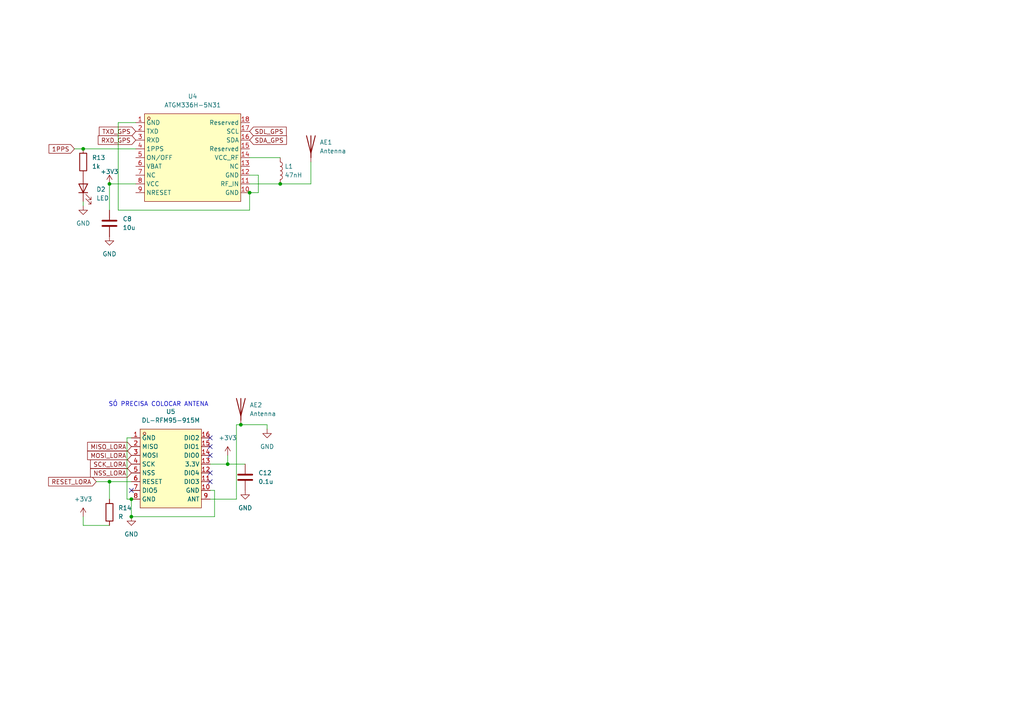
<source format=kicad_sch>
(kicad_sch (version 20231120) (generator "eeschema") (generator_version "8.0")
  (paper "A4")
  (title_block (title "Aviônica Arapaçu") (rev "João Estima") (company "Antares Foguetemodelismo"))
  (lib_symbols
    (symbol "DL-RFM95-915M:DL-RFM95-915M"
      (property "Reference" "U" (at 0 13.97 0))
      (property "Value" "DL-RFM95-915M" (at 0 -13.97 0))
      (symbol "DL-RFM95-915M_0_1"
        (rectangle (start -8.89 11.43) (end 8.89 -11.43) (fill (type background)))
        (circle (center -7.62 10.16) (radius 0.38))
        (pin unspecified line (at -11.43 8.89 0) (length 2.54) (name "GND") (number "1"))
        (pin unspecified line (at 11.43 -6.35 180) (length 2.54) (name "GND") (number "10"))
        (pin unspecified line (at 11.43 -3.81 180) (length 2.54) (name "DIO3") (number "11"))
        (pin unspecified line (at 11.43 -1.27 180) (length 2.54) (name "DIO4") (number "12"))
        (pin unspecified line (at 11.43 1.27 180) (length 2.54) (name "3.3V") (number "13"))
        (pin unspecified line (at 11.43 3.81 180) (length 2.54) (name "DIO0") (number "14"))
        (pin unspecified line (at 11.43 6.35 180) (length 2.54) (name "DIO1") (number "15"))
        (pin unspecified line (at 11.43 8.89 180) (length 2.54) (name "DIO2") (number "16"))
        (pin unspecified line (at -11.43 6.35 0) (length 2.54) (name "MISO") (number "2"))
        (pin unspecified line (at -11.43 3.81 0) (length 2.54) (name "MOSI") (number "3"))
        (pin unspecified line (at -11.43 1.27 0) (length 2.54) (name "SCK") (number "4"))
        (pin unspecified line (at -11.43 -1.27 0) (length 2.54) (name "NSS") (number "5"))
        (pin unspecified line (at -11.43 -3.81 0) (length 2.54) (name "RESET") (number "6"))
        (pin unspecified line (at -11.43 -6.35 0) (length 2.54) (name "DIO5") (number "7"))
        (pin unspecified line (at -11.43 -8.89 0) (length 2.54) (name "GND") (number "8"))
        (pin unspecified line (at 11.43 -8.89 180) (length 2.54) (name "ANT") (number "9"))
      )
    )
    (symbol "Device:Antenna" (pin_numbers hide) (pin_names (offset 1.016) hide)
      (property "Reference" "AE" (at -1.905 1.905 0))
      (property "Value" "Antenna" (at -1.905 0 0))
      (symbol "Antenna_0_1"
        (polyline (pts (xy 0 2.54) (xy 0 -3.81)) (stroke (width 0.254)))
        (polyline (pts (xy 1.27 2.54) (xy 0 -2.54) (xy -1.27 2.54)) (stroke (width 0.254)))
      )
      (symbol "Antenna_1_1"
        (pin input line (at 0 -5.08 90) (length 2.54) (name "A") (number "1"))
      )
    )
    (symbol "Device:C" (pin_numbers hide) (pin_names (offset 0.254))
      (property "Reference" "C" (at 0.635 2.54 0))
      (property "Value" "C" (at 0.635 -2.54 0))
      (symbol "C_0_1"
        (polyline (pts (xy -2.032 -0.762) (xy 2.032 -0.762)) (stroke (width 0.508)))
        (polyline (pts (xy -2.032 0.762) (xy 2.032 0.762)) (stroke (width 0.508)))
      )
      (symbol "C_1_1"
        (pin passive line (at 0 3.81 270) (length 2.794) (name "~") (number "1"))
        (pin passive line (at 0 -3.81 90) (length 2.794) (name "~") (number "2"))
      )
    )
    (symbol "Device:L" (pin_numbers hide) (pin_names (offset 1.016) hide)
      (property "Reference" "L" (at -1.27 0 90))
      (property "Value" "L" (at 1.905 0 90))
      (symbol "L_0_1"
        (arc (start 0 -2.54) (mid 0.6323 -1.905) (end 0 -1.27))
        (arc (start 0 -1.27) (mid 0.6323 -0.635) (end 0 0))
        (arc (start 0 0) (mid 0.6323 0.635) (end 0 1.27))
        (arc (start 0 1.27) (mid 0.6323 1.905) (end 0 2.54))
      )
      (symbol "L_1_1"
        (pin passive line (at 0 3.81 270) (length 1.27) (name "1") (number "1"))
        (pin passive line (at 0 -3.81 90) (length 1.27) (name "2") (number "2"))
      )
    )
    (symbol "Device:LED" (pin_numbers hide) (pin_names (offset 1.016) hide)
      (property "Reference" "D" (at 0 2.54 0))
      (property "Value" "LED" (at 0 -2.54 0))
      (symbol "LED_0_1"
        (polyline (pts (xy -1.27 -1.27) (xy -1.27 1.27)) (stroke (width 0.254)))
        (polyline (pts (xy -1.27 0) (xy 1.27 0)))
        (polyline (pts (xy 1.27 -1.27) (xy 1.27 1.27) (xy -1.27 0) (xy 1.27 -1.27)) (stroke (width 0.254)))
        (polyline (pts (xy -3.048 -0.762) (xy -4.572 -2.286) (xy -3.81 -2.286) (xy -4.572 -2.286) (xy -4.572 -1.524)))
        (polyline (pts (xy -1.778 -0.762) (xy -3.302 -2.286) (xy -2.54 -2.286) (xy -3.302 -2.286) (xy -3.302 -1.524)))
      )
      (symbol "LED_1_1"
        (pin passive line (at -3.81 0 0) (length 2.54) (name "K") (number "1"))
        (pin passive line (at 3.81 0 180) (length 2.54) (name "A") (number "2"))
      )
    )
    (symbol "Device:R" (pin_numbers hide) (pin_names (offset 0))
      (property "Reference" "R" (at 2.032 0 90))
      (property "Value" "R" (at 0 0 90))
      (symbol "R_0_1"
        (rectangle (start -1.016 -2.54) (end 1.016 2.54) (stroke (width 0.254)))
      )
      (symbol "R_1_1"
        (pin passive line (at 0 3.81 270) (length 1.27) (name "~") (number "1"))
        (pin passive line (at 0 -3.81 90) (length 1.27) (name "~") (number "2"))
      )
    )
    (symbol "GPSM-SMD_ATGM336H-TR:ATGM336H-5N31"
      (property "Reference" "U" (at 0 15.24 0))
      (property "Value" "ATGM336H-5N31" (at 0 -15.24 0))
      (symbol "ATGM336H-5N31_0_1"
        (rectangle (start -13.97 12.7) (end 13.97 -12.7) (fill (type background)))
        (circle (center -12.7 11.43) (radius 0.38))
        (pin unspecified line (at -16.51 10.16 0) (length 2.54) (name "GND") (number "1"))
        (pin unspecified line (at 16.51 -10.16 180) (length 2.54) (name "GND") (number "10"))
        (pin unspecified line (at 16.51 -7.62 180) (length 2.54) (name "RF_IN") (number "11"))
        (pin unspecified line (at 16.51 -5.08 180) (length 2.54) (name "GND") (number "12"))
        (pin unspecified line (at 16.51 -2.54 180) (length 2.54) (name "NC") (number "13"))
        (pin unspecified line (at 16.51 0 180) (length 2.54) (name "VCC_RF") (number "14"))
        (pin unspecified line (at 16.51 2.54 180) (length 2.54) (name "Reserved") (number "15"))
        (pin unspecified line (at 16.51 5.08 180) (length 2.54) (name "SDA") (number "16"))
        (pin unspecified line (at 16.51 7.62 180) (length 2.54) (name "SCL") (number "17"))
        (pin unspecified line (at 16.51 10.16 180) (length 2.54) (name "Reserved") (number "18"))
        (pin unspecified line (at -16.51 7.62 0) (length 2.54) (name "TXD") (number "2"))
        (pin unspecified line (at -16.51 5.08 0) (length 2.54) (name "RXD") (number "3"))
        (pin unspecified line (at -16.51 2.54 0) (length 2.54) (name "1PPS") (number "4"))
        (pin unspecified line (at -16.51 0 0) (length 2.54) (name "ON/OFF") (number "5"))
        (pin unspecified line (at -16.51 -2.54 0) (length 2.54) (name "VBAT") (number "6"))
        (pin unspecified line (at -16.51 -5.08 0) (length 2.54) (name "NC") (number "7"))
        (pin unspecified line (at -16.51 -7.62 0) (length 2.54) (name "VCC") (number "8"))
        (pin unspecified line (at -16.51 -10.16 0) (length 2.54) (name "NRESET") (number "9"))
      )
    )
    (symbol "power:+3V3" (power) (pin_numbers hide) (pin_names (offset 0) hide)
      (property "Value" "+3V3" (at 0 3.556 0))
      (symbol "+3V3_0_1"
        (polyline (pts (xy -0.762 1.27) (xy 0 2.54)))
        (polyline (pts (xy 0 0) (xy 0 2.54)))
        (polyline (pts (xy 0 2.54) (xy 0.762 1.27)))
      )
      (symbol "+3V3_1_1"
        (pin power_in line (at 0 0 90) (length 0) (name "~") (number "1"))
      )
    )
    (symbol "power:GND" (power) (pin_numbers hide) (pin_names (offset 0) hide)
      (property "Value" "GND" (at 0 -3.81 0))
      (symbol "GND_0_1"
        (polyline (pts (xy 0 0) (xy 0 -1.27) (xy 1.27 -1.27) (xy 0 -2.54) (xy -1.27 -1.27) (xy 0 -1.27)))
      )
      (symbol "GND_1_1"
        (pin power_in line (at 0 0 270) (length 0) (name "~") (number "1"))
      )
    )
  )
  (junction (at 81.28 53.34))
  (junction (at 69.85 123.19))
  (junction (at 38.1 144.78))
  (junction (at 24.13 43.18))
  (junction (at 72.39 55.88))
  (junction (at 38.1 149.86))
  (junction (at 31.75 53.34))
  (junction (at 31.75 139.7))
  (junction (at 66.04 134.62))
  (no_connect (at 60.96 139.7))
  (no_connect (at 60.96 137.16))
  (no_connect (at 60.96 132.08))
  (no_connect (at 60.96 127))
  (no_connect (at 38.1 142.24))
  (no_connect (at 60.96 129.54))
  (wire (pts (xy 69.85 123.19) (xy 77.47 123.19)))
  (wire (pts (xy 77.47 123.19) (xy 77.47 124.46)))
  (wire (pts (xy 72.39 55.88) (xy 74.93 55.88)))
  (wire (pts (xy 66.04 132.08) (xy 66.04 134.62)))
  (wire (pts (xy 90.17 46.99) (xy 90.17 53.34)))
  (wire (pts (xy 24.13 152.4) (xy 31.75 152.4)))
  (wire (pts (xy 36.83 127) (xy 36.83 144.78)))
  (wire (pts (xy 27.94 139.7) (xy 31.75 139.7)))
  (wire (pts (xy 81.28 53.34) (xy 90.17 53.34)))
  (wire (pts (xy 68.58 123.19) (xy 68.58 144.78)))
  (wire (pts (xy 72.39 60.96) (xy 72.39 55.88)))
  (wire (pts (xy 71.12 134.62) (xy 66.04 134.62)))
  (wire (pts (xy 31.75 139.7) (xy 31.75 144.78)))
  (wire (pts (xy 62.23 142.24) (xy 60.96 142.24)))
  (wire (pts (xy 24.13 149.86) (xy 24.13 152.4)))
  (wire (pts (xy 72.39 50.8) (xy 74.93 50.8)))
  (wire (pts (xy 62.23 149.86) (xy 62.23 142.24)))
  (wire (pts (xy 31.75 53.34) (xy 31.75 60.96)))
  (wire (pts (xy 21.59 43.18) (xy 24.13 43.18)))
  (wire (pts (xy 72.39 45.72) (xy 81.28 45.72)))
  (wire (pts (xy 31.75 139.7) (xy 38.1 139.7)))
  (wire (pts (xy 34.29 60.96) (xy 72.39 60.96)))
  (wire (pts (xy 24.13 43.18) (xy 39.37 43.18)))
  (wire (pts (xy 24.13 59.69) (xy 24.13 58.42)))
  (wire (pts (xy 34.29 35.56) (xy 34.29 60.96)))
  (wire (pts (xy 68.58 144.78) (xy 60.96 144.78)))
  (wire (pts (xy 68.58 123.19) (xy 69.85 123.19)))
  (wire (pts (xy 38.1 144.78) (xy 38.1 149.86)))
  (wire (pts (xy 36.83 144.78) (xy 38.1 144.78)))
  (wire (pts (xy 39.37 35.56) (xy 34.29 35.56)))
  (wire (pts (xy 39.37 53.34) (xy 31.75 53.34)))
  (wire (pts (xy 38.1 149.86) (xy 62.23 149.86)))
  (wire (pts (xy 60.96 134.62) (xy 66.04 134.62)))
  (wire (pts (xy 72.39 53.34) (xy 81.28 53.34)))
  (wire (pts (xy 74.93 50.8) (xy 74.93 55.88)))
  (wire (pts (xy 38.1 127) (xy 36.83 127)))
  (text "SÓ PRECISA COLOCAR ANTENA\n" (at 45.974 117.348 0) (effects (font (size 1.27 1.27))))
  (global_label "SCK_LORA" (shape input) (at 38.1 134.62 180) (property "Intersheetrefs" "${INTERSHEET_REFS}" (effects (hide yes))))
  (global_label "RESET_LORA" (shape input) (at 27.94 139.7 180) (property "Intersheetrefs" "${INTERSHEET_REFS}" (effects (hide yes))))
  (global_label "NSS_LORA" (shape input) (at 38.1 137.16 180) (property "Intersheetrefs" "${INTERSHEET_REFS}" (effects (hide yes))))
  (global_label "TXD_GPS" (shape input) (at 39.37 38.1 180) (property "Intersheetrefs" "${INTERSHEET_REFS}" (effects (hide yes))))
  (global_label "1PPS" (shape input) (at 21.59 43.18 180) (property "Intersheetrefs" "${INTERSHEET_REFS}" (effects (hide yes))))
  (global_label "SDL_GPS" (shape input) (at 72.39 38.1 0) (property "Intersheetrefs" "${INTERSHEET_REFS}" (effects (hide yes))))
  (global_label "RXD_GPS" (shape input) (at 39.37 40.64 180) (property "Intersheetrefs" "${INTERSHEET_REFS}" (effects (hide yes))))
  (global_label "MOSI_LORA" (shape input) (at 38.1 132.08 180) (property "Intersheetrefs" "${INTERSHEET_REFS}" (effects (hide yes))))
  (global_label "MISO_LORA" (shape input) (at 38.1 129.54 180) (property "Intersheetrefs" "${INTERSHEET_REFS}" (effects (hide yes))))
  (global_label "SDA_GPS" (shape input) (at 72.39 40.64 0) (property "Intersheetrefs" "${INTERSHEET_REFS}" (effects (hide yes))))
  (symbol (lib_id "Device:C") (at 71.12 138.43 0) (unit 1)
    (property "Reference" "C12" (at 74.93 137.1599 0) (effects (justify left)))
    (property "Value" "0.1u" (at 74.93 139.6999 0) (effects (justify left)))
    (property "Description" "Unpolarized capacitor" (effects (hide yes)))
  )
  (symbol (lib_id "GPSM-SMD_ATGM336H-TR:ATGM336H-5N31") (at 55.88 45.72 0) (unit 1)
    (property "Reference" "U4" (at 55.88 27.94 0))
    (property "Value" "ATGM336H-5N31" (at 55.88 30.48 0))
    (property "Footprint" "easyeda2kicad:GPSM-SMD_ATGM336H-TR" (effects (hide yes)))
    (property "Datasheet" "https://lcsc.com/product-detail/GSM-GPRS-GPS-Modules_ATGM336H-5N-3X_C90770.html" (effects (hide yes)))
    (property "LCSC Part" "C90770" (effects (hide yes)))
  )
  (symbol (lib_id "Device:L") (at 81.28 49.53 0) (unit 1)
    (property "Reference" "L1" (at 82.55 48.2599 0) (effects (justify left)))
    (property "Value" "47nH" (at 82.55 50.7999 0) (effects (justify left)))
    (property "Description" "Inductor" (effects (hide yes)))
  )
  (symbol (lib_id "Device:LED") (at 24.13 54.61 90) (unit 1)
    (property "Reference" "D2" (at 27.94 54.9274 90) (effects (justify right)))
    (property "Value" "LED" (at 27.94 57.4674 90) (effects (justify right)))
    (property "Description" "Light emitting diode" (effects (hide yes)))
  )
  (symbol (lib_id "Device:Antenna") (at 69.85 118.11 0) (unit 1)
    (property "Reference" "AE2" (at 72.39 117.4749 0) (effects (justify left)))
    (property "Value" "Antenna" (at 72.39 120.0149 0) (effects (justify left)))
    (property "Footprint" "Connector_Coaxial:SMA_Amphenol_901-143_Horizontal" (effects (hide yes)))
    (property "Description" "Antenna" (effects (hide yes)))
  )
  (symbol (lib_id "power:+3V3") (at 24.13 149.86 0) (unit 1)
    (property "Reference" "#PWR038" (effects (hide yes)))
    (property "Value" "+3V3" (at 24.13 144.78 0))
    (property "Description" "Power symbol creates a global label with name \"+3V3\"" (effects (hide yes)))
  )
  (symbol (lib_id "Device:R") (at 31.75 148.59 0) (unit 1)
    (property "Reference" "R14" (at 34.29 147.3199 0) (effects (justify left)))
    (property "Value" "R" (at 34.29 149.8599 0) (effects (justify left)))
    (property "Description" "Resistor" (effects (hide yes)))
  )
  (symbol (lib_id "power:+3V3") (at 31.75 53.34 0) (unit 1)
    (property "Reference" "#PWR012" (effects (hide yes)))
    (property "Value" "+3V3" (at 31.75 49.784 0))
    (property "Description" "Power symbol creates a global label with name \"+3V3\"" (effects (hide yes)))
  )
  (symbol (lib_id "power:GND") (at 38.1 149.86 0) (unit 1)
    (property "Reference" "#PWR029" (effects (hide yes)))
    (property "Value" "GND" (at 38.1 154.94 0))
    (property "Description" "Power symbol creates a global label with name \"GND\" , ground" (effects (hide yes)))
  )
  (symbol (lib_id "power:GND") (at 77.47 124.46 0) (unit 1)
    (property "Reference" "#PWR037" (effects (hide yes)))
    (property "Value" "GND" (at 77.47 129.54 0))
    (property "Description" "Power symbol creates a global label with name \"GND\" , ground" (effects (hide yes)))
  )
  (symbol (lib_id "power:+3V3") (at 66.04 132.08 0) (unit 1)
    (property "Reference" "#PWR027" (effects (hide yes)))
    (property "Value" "+3V3" (at 66.04 127 0))
    (property "Description" "Power symbol creates a global label with name \"+3V3\"" (effects (hide yes)))
  )
  (symbol (lib_id "Device:R") (at 24.13 46.99 0) (unit 1)
    (property "Reference" "R13" (at 26.67 45.7199 0) (effects (justify left)))
    (property "Value" "1k" (at 26.67 48.2599 0) (effects (justify left)))
    (property "Description" "Resistor" (effects (hide yes)))
  )
  (symbol (lib_id "power:GND") (at 31.75 68.58 0) (unit 1)
    (property "Reference" "#PWR013" (effects (hide yes)))
    (property "Value" "GND" (at 31.75 73.66 0))
    (property "Description" "Power symbol creates a global label with name \"GND\" , ground" (effects (hide yes)))
  )
  (symbol (lib_id "Device:C") (at 31.75 64.77 0) (unit 1)
    (property "Reference" "C8" (at 35.56 63.4999 0) (effects (justify left)))
    (property "Value" "10u" (at 35.56 66.0399 0) (effects (justify left)))
    (property "Description" "Unpolarized capacitor" (effects (hide yes)))
  )
  (symbol (lib_id "DL-RFM95-915M:DL-RFM95-915M") (at 49.53 135.89 0) (unit 1)
    (property "Reference" "U5" (at 49.53 119.38 0))
    (property "Value" "DL-RFM95-915M" (at 49.53 121.92 0))
    (property "Footprint" "easyeda2kicad:LCC-16_L16.0-W16.0-P2.00-TL" (effects (hide yes)))
    (property "LCSC Part" "C2844473" (effects (hide yes)))
  )
  (symbol (lib_id "power:GND") (at 71.12 142.24 0) (unit 1)
    (property "Reference" "#PWR028" (effects (hide yes)))
    (property "Value" "GND" (at 71.12 147.32 0))
    (property "Description" "Power symbol creates a global label with name \"GND\" , ground" (effects (hide yes)))
  )
  (symbol (lib_id "power:GND") (at 24.13 59.69 0) (unit 1)
    (property "Reference" "#PWR014" (effects (hide yes)))
    (property "Value" "GND" (at 24.13 64.77 0))
    (property "Description" "Power symbol creates a global label with name \"GND\" , ground" (effects (hide yes)))
  )
  (symbol (lib_id "Device:Antenna") (at 90.17 41.91 0) (unit 1)
    (property "Reference" "AE1" (at 92.71 41.2749 0) (effects (justify left)))
    (property "Value" "Antenna" (at 92.71 43.8149 0) (effects (justify left)))
    (property "Footprint" "Connector_Coaxial:U.FL_Molex_MCRF_73412-0110_Vertical" (effects (hide yes)))
    (property "Description" "Antenna" (effects (hide yes)))
  )
)
</source>
